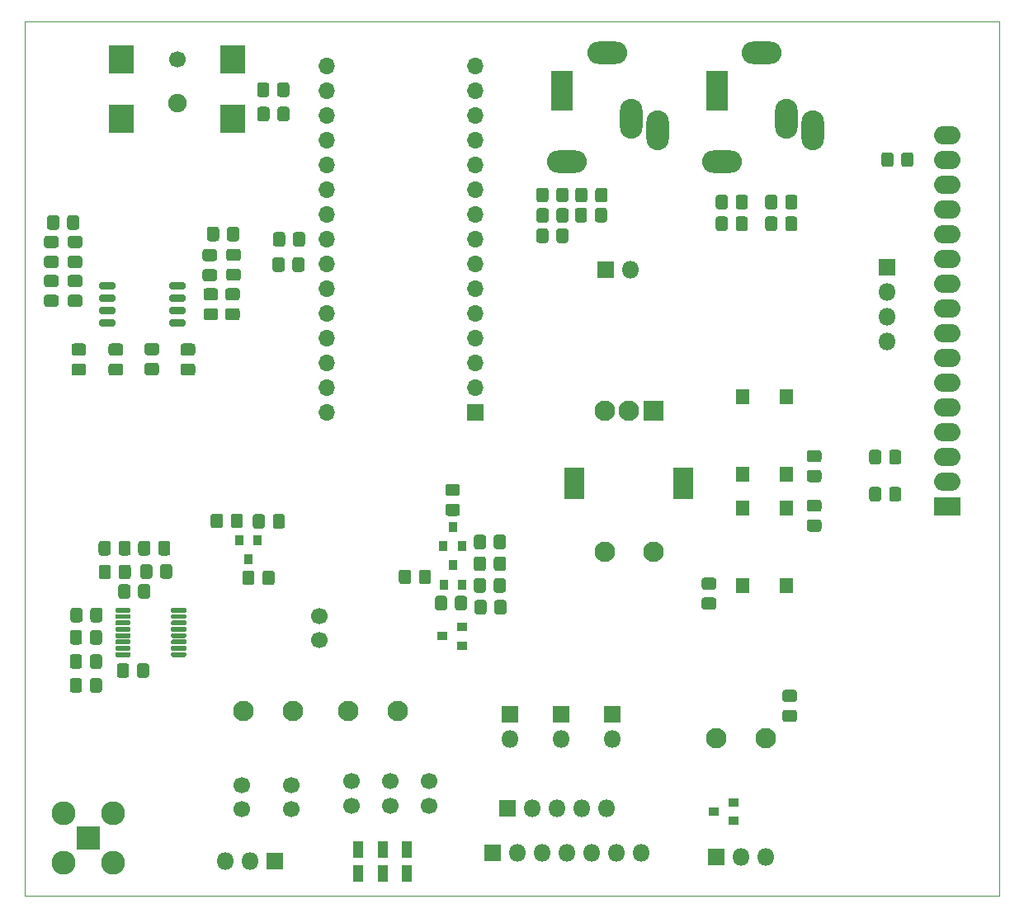
<source format=gbr>
%TF.GenerationSoftware,KiCad,Pcbnew,5.1.6+dfsg1-1*%
%TF.CreationDate,2021-04-07T14:27:39-04:00*%
%TF.ProjectId,uSDX-x,75534458-2d78-42e6-9b69-6361645f7063,rev?*%
%TF.SameCoordinates,Original*%
%TF.FileFunction,Soldermask,Top*%
%TF.FilePolarity,Negative*%
%FSLAX46Y46*%
G04 Gerber Fmt 4.6, Leading zero omitted, Abs format (unit mm)*
G04 Created by KiCad (PCBNEW 5.1.6+dfsg1-1) date 2021-04-07 14:27:39*
%MOMM*%
%LPD*%
G01*
G04 APERTURE LIST*
%TA.AperFunction,Profile*%
%ADD10C,0.050000*%
%TD*%
%ADD11R,2.500000X2.900000*%
%ADD12C,1.900000*%
%ADD13C,1.700000*%
%ADD14C,2.440000*%
%ADD15R,2.440000X2.440000*%
%ADD16O,2.700000X1.900000*%
%ADD17R,2.700000X1.900000*%
%ADD18R,2.100000X2.100000*%
%ADD19C,2.100000*%
%ADD20R,2.100000X3.300000*%
%ADD21O,1.800000X1.800000*%
%ADD22R,1.800000X1.800000*%
%ADD23R,1.400000X1.650000*%
%ADD24R,1.100000X1.700000*%
%ADD25R,1.000000X0.900000*%
%ADD26R,0.900000X1.000000*%
%ADD27O,4.100000X2.300000*%
%ADD28O,2.300000X4.100000*%
%ADD29R,2.300000X4.100000*%
%ADD30O,1.700000X1.700000*%
%ADD31R,1.700000X1.700000*%
G04 APERTURE END LIST*
D10*
X89350000Y-143150000D02*
X89350000Y-53400000D01*
X189350000Y-143150000D02*
X89350000Y-143150000D01*
X189350000Y-53400000D02*
X189350000Y-143150000D01*
X89350000Y-53400000D02*
X189350000Y-53400000D01*
D11*
%TO.C,J1*%
X99300000Y-57300000D03*
X99300000Y-63400000D03*
X110700000Y-63400000D03*
X110700000Y-57300000D03*
D12*
X105000000Y-61800000D03*
D13*
X105000000Y-57300000D03*
%TD*%
D14*
%TO.C,J3*%
X93380000Y-139740000D03*
X98460000Y-139740000D03*
X93380000Y-134660000D03*
X98460000Y-134660000D03*
D15*
X95920000Y-137200000D03*
%TD*%
D16*
%TO.C,J10*%
X184005000Y-65090000D03*
X184005000Y-67630000D03*
X184005000Y-70170000D03*
X184005000Y-72710000D03*
X184005000Y-75250000D03*
X184005000Y-77790000D03*
X184005000Y-80330000D03*
X184005000Y-82870000D03*
X184005000Y-85410000D03*
X184005000Y-87950000D03*
X184005000Y-90490000D03*
X184005000Y-93030000D03*
X184005000Y-95570000D03*
X184005000Y-98110000D03*
X184005000Y-100650000D03*
D17*
X184005000Y-103190000D03*
%TD*%
D18*
%TO.C,SW4*%
X153850000Y-93320000D03*
D19*
X151350000Y-93320000D03*
X148850000Y-93320000D03*
D20*
X156950000Y-100820000D03*
X145750000Y-100820000D03*
D19*
X153850000Y-107820000D03*
X148850000Y-107820000D03*
%TD*%
D21*
%TO.C,J9*%
X177850000Y-86270000D03*
X177850000Y-83730000D03*
X177850000Y-81190000D03*
D22*
X177850000Y-78650000D03*
%TD*%
%TO.C,U2*%
G36*
G01*
X104183600Y-80690000D02*
X104183600Y-80340000D01*
G75*
G02*
X104358600Y-80165000I175000J0D01*
G01*
X105708600Y-80165000D01*
G75*
G02*
X105883600Y-80340000I0J-175000D01*
G01*
X105883600Y-80690000D01*
G75*
G02*
X105708600Y-80865000I-175000J0D01*
G01*
X104358600Y-80865000D01*
G75*
G02*
X104183600Y-80690000I0J175000D01*
G01*
G37*
G36*
G01*
X104183600Y-81960000D02*
X104183600Y-81610000D01*
G75*
G02*
X104358600Y-81435000I175000J0D01*
G01*
X105708600Y-81435000D01*
G75*
G02*
X105883600Y-81610000I0J-175000D01*
G01*
X105883600Y-81960000D01*
G75*
G02*
X105708600Y-82135000I-175000J0D01*
G01*
X104358600Y-82135000D01*
G75*
G02*
X104183600Y-81960000I0J175000D01*
G01*
G37*
G36*
G01*
X104183600Y-83230000D02*
X104183600Y-82880000D01*
G75*
G02*
X104358600Y-82705000I175000J0D01*
G01*
X105708600Y-82705000D01*
G75*
G02*
X105883600Y-82880000I0J-175000D01*
G01*
X105883600Y-83230000D01*
G75*
G02*
X105708600Y-83405000I-175000J0D01*
G01*
X104358600Y-83405000D01*
G75*
G02*
X104183600Y-83230000I0J175000D01*
G01*
G37*
G36*
G01*
X104183600Y-84500000D02*
X104183600Y-84150000D01*
G75*
G02*
X104358600Y-83975000I175000J0D01*
G01*
X105708600Y-83975000D01*
G75*
G02*
X105883600Y-84150000I0J-175000D01*
G01*
X105883600Y-84500000D01*
G75*
G02*
X105708600Y-84675000I-175000J0D01*
G01*
X104358600Y-84675000D01*
G75*
G02*
X104183600Y-84500000I0J175000D01*
G01*
G37*
G36*
G01*
X96983600Y-84500000D02*
X96983600Y-84150000D01*
G75*
G02*
X97158600Y-83975000I175000J0D01*
G01*
X98508600Y-83975000D01*
G75*
G02*
X98683600Y-84150000I0J-175000D01*
G01*
X98683600Y-84500000D01*
G75*
G02*
X98508600Y-84675000I-175000J0D01*
G01*
X97158600Y-84675000D01*
G75*
G02*
X96983600Y-84500000I0J175000D01*
G01*
G37*
G36*
G01*
X96983600Y-83230000D02*
X96983600Y-82880000D01*
G75*
G02*
X97158600Y-82705000I175000J0D01*
G01*
X98508600Y-82705000D01*
G75*
G02*
X98683600Y-82880000I0J-175000D01*
G01*
X98683600Y-83230000D01*
G75*
G02*
X98508600Y-83405000I-175000J0D01*
G01*
X97158600Y-83405000D01*
G75*
G02*
X96983600Y-83230000I0J175000D01*
G01*
G37*
G36*
G01*
X96983600Y-81960000D02*
X96983600Y-81610000D01*
G75*
G02*
X97158600Y-81435000I175000J0D01*
G01*
X98508600Y-81435000D01*
G75*
G02*
X98683600Y-81610000I0J-175000D01*
G01*
X98683600Y-81960000D01*
G75*
G02*
X98508600Y-82135000I-175000J0D01*
G01*
X97158600Y-82135000D01*
G75*
G02*
X96983600Y-81960000I0J175000D01*
G01*
G37*
G36*
G01*
X96983600Y-80690000D02*
X96983600Y-80340000D01*
G75*
G02*
X97158600Y-80165000I175000J0D01*
G01*
X98508600Y-80165000D01*
G75*
G02*
X98683600Y-80340000I0J-175000D01*
G01*
X98683600Y-80690000D01*
G75*
G02*
X98508600Y-80865000I-175000J0D01*
G01*
X97158600Y-80865000D01*
G75*
G02*
X96983600Y-80690000I0J175000D01*
G01*
G37*
%TD*%
%TO.C,U1*%
G36*
G01*
X100222600Y-118253600D02*
X100222600Y-118503600D01*
G75*
G02*
X100097600Y-118628600I-125000J0D01*
G01*
X98772600Y-118628600D01*
G75*
G02*
X98647600Y-118503600I0J125000D01*
G01*
X98647600Y-118253600D01*
G75*
G02*
X98772600Y-118128600I125000J0D01*
G01*
X100097600Y-118128600D01*
G75*
G02*
X100222600Y-118253600I0J-125000D01*
G01*
G37*
G36*
G01*
X100222600Y-117603600D02*
X100222600Y-117853600D01*
G75*
G02*
X100097600Y-117978600I-125000J0D01*
G01*
X98772600Y-117978600D01*
G75*
G02*
X98647600Y-117853600I0J125000D01*
G01*
X98647600Y-117603600D01*
G75*
G02*
X98772600Y-117478600I125000J0D01*
G01*
X100097600Y-117478600D01*
G75*
G02*
X100222600Y-117603600I0J-125000D01*
G01*
G37*
G36*
G01*
X100222600Y-116953600D02*
X100222600Y-117203600D01*
G75*
G02*
X100097600Y-117328600I-125000J0D01*
G01*
X98772600Y-117328600D01*
G75*
G02*
X98647600Y-117203600I0J125000D01*
G01*
X98647600Y-116953600D01*
G75*
G02*
X98772600Y-116828600I125000J0D01*
G01*
X100097600Y-116828600D01*
G75*
G02*
X100222600Y-116953600I0J-125000D01*
G01*
G37*
G36*
G01*
X100222600Y-116303600D02*
X100222600Y-116553600D01*
G75*
G02*
X100097600Y-116678600I-125000J0D01*
G01*
X98772600Y-116678600D01*
G75*
G02*
X98647600Y-116553600I0J125000D01*
G01*
X98647600Y-116303600D01*
G75*
G02*
X98772600Y-116178600I125000J0D01*
G01*
X100097600Y-116178600D01*
G75*
G02*
X100222600Y-116303600I0J-125000D01*
G01*
G37*
G36*
G01*
X100222600Y-115653600D02*
X100222600Y-115903600D01*
G75*
G02*
X100097600Y-116028600I-125000J0D01*
G01*
X98772600Y-116028600D01*
G75*
G02*
X98647600Y-115903600I0J125000D01*
G01*
X98647600Y-115653600D01*
G75*
G02*
X98772600Y-115528600I125000J0D01*
G01*
X100097600Y-115528600D01*
G75*
G02*
X100222600Y-115653600I0J-125000D01*
G01*
G37*
G36*
G01*
X100222600Y-115003600D02*
X100222600Y-115253600D01*
G75*
G02*
X100097600Y-115378600I-125000J0D01*
G01*
X98772600Y-115378600D01*
G75*
G02*
X98647600Y-115253600I0J125000D01*
G01*
X98647600Y-115003600D01*
G75*
G02*
X98772600Y-114878600I125000J0D01*
G01*
X100097600Y-114878600D01*
G75*
G02*
X100222600Y-115003600I0J-125000D01*
G01*
G37*
G36*
G01*
X100222600Y-114353600D02*
X100222600Y-114603600D01*
G75*
G02*
X100097600Y-114728600I-125000J0D01*
G01*
X98772600Y-114728600D01*
G75*
G02*
X98647600Y-114603600I0J125000D01*
G01*
X98647600Y-114353600D01*
G75*
G02*
X98772600Y-114228600I125000J0D01*
G01*
X100097600Y-114228600D01*
G75*
G02*
X100222600Y-114353600I0J-125000D01*
G01*
G37*
G36*
G01*
X100222600Y-113703600D02*
X100222600Y-113953600D01*
G75*
G02*
X100097600Y-114078600I-125000J0D01*
G01*
X98772600Y-114078600D01*
G75*
G02*
X98647600Y-113953600I0J125000D01*
G01*
X98647600Y-113703600D01*
G75*
G02*
X98772600Y-113578600I125000J0D01*
G01*
X100097600Y-113578600D01*
G75*
G02*
X100222600Y-113703600I0J-125000D01*
G01*
G37*
G36*
G01*
X105947600Y-113703600D02*
X105947600Y-113953600D01*
G75*
G02*
X105822600Y-114078600I-125000J0D01*
G01*
X104497600Y-114078600D01*
G75*
G02*
X104372600Y-113953600I0J125000D01*
G01*
X104372600Y-113703600D01*
G75*
G02*
X104497600Y-113578600I125000J0D01*
G01*
X105822600Y-113578600D01*
G75*
G02*
X105947600Y-113703600I0J-125000D01*
G01*
G37*
G36*
G01*
X105947600Y-114353600D02*
X105947600Y-114603600D01*
G75*
G02*
X105822600Y-114728600I-125000J0D01*
G01*
X104497600Y-114728600D01*
G75*
G02*
X104372600Y-114603600I0J125000D01*
G01*
X104372600Y-114353600D01*
G75*
G02*
X104497600Y-114228600I125000J0D01*
G01*
X105822600Y-114228600D01*
G75*
G02*
X105947600Y-114353600I0J-125000D01*
G01*
G37*
G36*
G01*
X105947600Y-115003600D02*
X105947600Y-115253600D01*
G75*
G02*
X105822600Y-115378600I-125000J0D01*
G01*
X104497600Y-115378600D01*
G75*
G02*
X104372600Y-115253600I0J125000D01*
G01*
X104372600Y-115003600D01*
G75*
G02*
X104497600Y-114878600I125000J0D01*
G01*
X105822600Y-114878600D01*
G75*
G02*
X105947600Y-115003600I0J-125000D01*
G01*
G37*
G36*
G01*
X105947600Y-115653600D02*
X105947600Y-115903600D01*
G75*
G02*
X105822600Y-116028600I-125000J0D01*
G01*
X104497600Y-116028600D01*
G75*
G02*
X104372600Y-115903600I0J125000D01*
G01*
X104372600Y-115653600D01*
G75*
G02*
X104497600Y-115528600I125000J0D01*
G01*
X105822600Y-115528600D01*
G75*
G02*
X105947600Y-115653600I0J-125000D01*
G01*
G37*
G36*
G01*
X105947600Y-116303600D02*
X105947600Y-116553600D01*
G75*
G02*
X105822600Y-116678600I-125000J0D01*
G01*
X104497600Y-116678600D01*
G75*
G02*
X104372600Y-116553600I0J125000D01*
G01*
X104372600Y-116303600D01*
G75*
G02*
X104497600Y-116178600I125000J0D01*
G01*
X105822600Y-116178600D01*
G75*
G02*
X105947600Y-116303600I0J-125000D01*
G01*
G37*
G36*
G01*
X105947600Y-116953600D02*
X105947600Y-117203600D01*
G75*
G02*
X105822600Y-117328600I-125000J0D01*
G01*
X104497600Y-117328600D01*
G75*
G02*
X104372600Y-117203600I0J125000D01*
G01*
X104372600Y-116953600D01*
G75*
G02*
X104497600Y-116828600I125000J0D01*
G01*
X105822600Y-116828600D01*
G75*
G02*
X105947600Y-116953600I0J-125000D01*
G01*
G37*
G36*
G01*
X105947600Y-117603600D02*
X105947600Y-117853600D01*
G75*
G02*
X105822600Y-117978600I-125000J0D01*
G01*
X104497600Y-117978600D01*
G75*
G02*
X104372600Y-117853600I0J125000D01*
G01*
X104372600Y-117603600D01*
G75*
G02*
X104497600Y-117478600I125000J0D01*
G01*
X105822600Y-117478600D01*
G75*
G02*
X105947600Y-117603600I0J-125000D01*
G01*
G37*
G36*
G01*
X105947600Y-118253600D02*
X105947600Y-118503600D01*
G75*
G02*
X105822600Y-118628600I-125000J0D01*
G01*
X104497600Y-118628600D01*
G75*
G02*
X104372600Y-118503600I0J125000D01*
G01*
X104372600Y-118253600D01*
G75*
G02*
X104497600Y-118128600I125000J0D01*
G01*
X105822600Y-118128600D01*
G75*
G02*
X105947600Y-118253600I0J-125000D01*
G01*
G37*
%TD*%
D23*
%TO.C,SW3*%
X167530000Y-91885000D03*
X163030000Y-91885000D03*
X163030000Y-99835000D03*
X167530000Y-99835000D03*
%TD*%
%TO.C,SW2*%
X167530000Y-103315000D03*
X163030000Y-103315000D03*
X163030000Y-111265000D03*
X167530000Y-111265000D03*
%TD*%
D24*
%TO.C,SW1*%
X128600000Y-138420000D03*
X126100000Y-138420000D03*
X123600000Y-138420000D03*
X128600000Y-140820000D03*
X126100000Y-140820000D03*
X123600000Y-140820000D03*
%TD*%
%TO.C,R30*%
G36*
G01*
X143100000Y-74904338D02*
X143100000Y-75860862D01*
G75*
G02*
X142828262Y-76132600I-271738J0D01*
G01*
X142121738Y-76132600D01*
G75*
G02*
X141850000Y-75860862I0J271738D01*
G01*
X141850000Y-74904338D01*
G75*
G02*
X142121738Y-74632600I271738J0D01*
G01*
X142828262Y-74632600D01*
G75*
G02*
X143100000Y-74904338I0J-271738D01*
G01*
G37*
G36*
G01*
X145150000Y-74904338D02*
X145150000Y-75860862D01*
G75*
G02*
X144878262Y-76132600I-271738J0D01*
G01*
X144171738Y-76132600D01*
G75*
G02*
X143900000Y-75860862I0J271738D01*
G01*
X143900000Y-74904338D01*
G75*
G02*
X144171738Y-74632600I271738J0D01*
G01*
X144878262Y-74632600D01*
G75*
G02*
X145150000Y-74904338I0J-271738D01*
G01*
G37*
%TD*%
%TO.C,R29*%
G36*
G01*
X143925000Y-73778262D02*
X143925000Y-72821738D01*
G75*
G02*
X144196738Y-72550000I271738J0D01*
G01*
X144903262Y-72550000D01*
G75*
G02*
X145175000Y-72821738I0J-271738D01*
G01*
X145175000Y-73778262D01*
G75*
G02*
X144903262Y-74050000I-271738J0D01*
G01*
X144196738Y-74050000D01*
G75*
G02*
X143925000Y-73778262I0J271738D01*
G01*
G37*
G36*
G01*
X141875000Y-73778262D02*
X141875000Y-72821738D01*
G75*
G02*
X142146738Y-72550000I271738J0D01*
G01*
X142853262Y-72550000D01*
G75*
G02*
X143125000Y-72821738I0J-271738D01*
G01*
X143125000Y-73778262D01*
G75*
G02*
X142853262Y-74050000I-271738J0D01*
G01*
X142146738Y-74050000D01*
G75*
G02*
X141875000Y-73778262I0J271738D01*
G01*
G37*
%TD*%
%TO.C,R28*%
G36*
G01*
X143100000Y-70721738D02*
X143100000Y-71678262D01*
G75*
G02*
X142828262Y-71950000I-271738J0D01*
G01*
X142121738Y-71950000D01*
G75*
G02*
X141850000Y-71678262I0J271738D01*
G01*
X141850000Y-70721738D01*
G75*
G02*
X142121738Y-70450000I271738J0D01*
G01*
X142828262Y-70450000D01*
G75*
G02*
X143100000Y-70721738I0J-271738D01*
G01*
G37*
G36*
G01*
X145150000Y-70721738D02*
X145150000Y-71678262D01*
G75*
G02*
X144878262Y-71950000I-271738J0D01*
G01*
X144171738Y-71950000D01*
G75*
G02*
X143900000Y-71678262I0J271738D01*
G01*
X143900000Y-70721738D01*
G75*
G02*
X144171738Y-70450000I271738J0D01*
G01*
X144878262Y-70450000D01*
G75*
G02*
X145150000Y-70721738I0J-271738D01*
G01*
G37*
%TD*%
%TO.C,R27*%
G36*
G01*
X161510000Y-73671738D02*
X161510000Y-74628262D01*
G75*
G02*
X161238262Y-74900000I-271738J0D01*
G01*
X160531738Y-74900000D01*
G75*
G02*
X160260000Y-74628262I0J271738D01*
G01*
X160260000Y-73671738D01*
G75*
G02*
X160531738Y-73400000I271738J0D01*
G01*
X161238262Y-73400000D01*
G75*
G02*
X161510000Y-73671738I0J-271738D01*
G01*
G37*
G36*
G01*
X163560000Y-73671738D02*
X163560000Y-74628262D01*
G75*
G02*
X163288262Y-74900000I-271738J0D01*
G01*
X162581738Y-74900000D01*
G75*
G02*
X162310000Y-74628262I0J271738D01*
G01*
X162310000Y-73671738D01*
G75*
G02*
X162581738Y-73400000I271738J0D01*
G01*
X163288262Y-73400000D01*
G75*
G02*
X163560000Y-73671738I0J-271738D01*
G01*
G37*
%TD*%
%TO.C,R26*%
G36*
G01*
X178499600Y-67100938D02*
X178499600Y-68057462D01*
G75*
G02*
X178227862Y-68329200I-271738J0D01*
G01*
X177521338Y-68329200D01*
G75*
G02*
X177249600Y-68057462I0J271738D01*
G01*
X177249600Y-67100938D01*
G75*
G02*
X177521338Y-66829200I271738J0D01*
G01*
X178227862Y-66829200D01*
G75*
G02*
X178499600Y-67100938I0J-271738D01*
G01*
G37*
G36*
G01*
X180549600Y-67100938D02*
X180549600Y-68057462D01*
G75*
G02*
X180277862Y-68329200I-271738J0D01*
G01*
X179571338Y-68329200D01*
G75*
G02*
X179299600Y-68057462I0J271738D01*
G01*
X179299600Y-67100938D01*
G75*
G02*
X179571338Y-66829200I271738J0D01*
G01*
X180277862Y-66829200D01*
G75*
G02*
X180549600Y-67100938I0J-271738D01*
G01*
G37*
%TD*%
%TO.C,R25*%
G36*
G01*
X177255000Y-101441738D02*
X177255000Y-102398262D01*
G75*
G02*
X176983262Y-102670000I-271738J0D01*
G01*
X176276738Y-102670000D01*
G75*
G02*
X176005000Y-102398262I0J271738D01*
G01*
X176005000Y-101441738D01*
G75*
G02*
X176276738Y-101170000I271738J0D01*
G01*
X176983262Y-101170000D01*
G75*
G02*
X177255000Y-101441738I0J-271738D01*
G01*
G37*
G36*
G01*
X179305000Y-101441738D02*
X179305000Y-102398262D01*
G75*
G02*
X179033262Y-102670000I-271738J0D01*
G01*
X178326738Y-102670000D01*
G75*
G02*
X178055000Y-102398262I0J271738D01*
G01*
X178055000Y-101441738D01*
G75*
G02*
X178326738Y-101170000I271738J0D01*
G01*
X179033262Y-101170000D01*
G75*
G02*
X179305000Y-101441738I0J-271738D01*
G01*
G37*
%TD*%
%TO.C,R24*%
G36*
G01*
X177255000Y-97631738D02*
X177255000Y-98588262D01*
G75*
G02*
X176983262Y-98860000I-271738J0D01*
G01*
X176276738Y-98860000D01*
G75*
G02*
X176005000Y-98588262I0J271738D01*
G01*
X176005000Y-97631738D01*
G75*
G02*
X176276738Y-97360000I271738J0D01*
G01*
X176983262Y-97360000D01*
G75*
G02*
X177255000Y-97631738I0J-271738D01*
G01*
G37*
G36*
G01*
X179305000Y-97631738D02*
X179305000Y-98588262D01*
G75*
G02*
X179033262Y-98860000I-271738J0D01*
G01*
X178326738Y-98860000D01*
G75*
G02*
X178055000Y-98588262I0J271738D01*
G01*
X178055000Y-97631738D01*
G75*
G02*
X178326738Y-97360000I271738J0D01*
G01*
X179033262Y-97360000D01*
G75*
G02*
X179305000Y-97631738I0J-271738D01*
G01*
G37*
%TD*%
%TO.C,R23*%
G36*
G01*
X160043262Y-111725000D02*
X159086738Y-111725000D01*
G75*
G02*
X158815000Y-111453262I0J271738D01*
G01*
X158815000Y-110746738D01*
G75*
G02*
X159086738Y-110475000I271738J0D01*
G01*
X160043262Y-110475000D01*
G75*
G02*
X160315000Y-110746738I0J-271738D01*
G01*
X160315000Y-111453262D01*
G75*
G02*
X160043262Y-111725000I-271738J0D01*
G01*
G37*
G36*
G01*
X160043262Y-113775000D02*
X159086738Y-113775000D01*
G75*
G02*
X158815000Y-113503262I0J271738D01*
G01*
X158815000Y-112796738D01*
G75*
G02*
X159086738Y-112525000I271738J0D01*
G01*
X160043262Y-112525000D01*
G75*
G02*
X160315000Y-112796738I0J-271738D01*
G01*
X160315000Y-113503262D01*
G75*
G02*
X160043262Y-113775000I-271738J0D01*
G01*
G37*
%TD*%
%TO.C,R22*%
G36*
G01*
X170838262Y-98635000D02*
X169881738Y-98635000D01*
G75*
G02*
X169610000Y-98363262I0J271738D01*
G01*
X169610000Y-97656738D01*
G75*
G02*
X169881738Y-97385000I271738J0D01*
G01*
X170838262Y-97385000D01*
G75*
G02*
X171110000Y-97656738I0J-271738D01*
G01*
X171110000Y-98363262D01*
G75*
G02*
X170838262Y-98635000I-271738J0D01*
G01*
G37*
G36*
G01*
X170838262Y-100685000D02*
X169881738Y-100685000D01*
G75*
G02*
X169610000Y-100413262I0J271738D01*
G01*
X169610000Y-99706738D01*
G75*
G02*
X169881738Y-99435000I271738J0D01*
G01*
X170838262Y-99435000D01*
G75*
G02*
X171110000Y-99706738I0J-271738D01*
G01*
X171110000Y-100413262D01*
G75*
G02*
X170838262Y-100685000I-271738J0D01*
G01*
G37*
%TD*%
%TO.C,R21*%
G36*
G01*
X169881738Y-104515000D02*
X170838262Y-104515000D01*
G75*
G02*
X171110000Y-104786738I0J-271738D01*
G01*
X171110000Y-105493262D01*
G75*
G02*
X170838262Y-105765000I-271738J0D01*
G01*
X169881738Y-105765000D01*
G75*
G02*
X169610000Y-105493262I0J271738D01*
G01*
X169610000Y-104786738D01*
G75*
G02*
X169881738Y-104515000I271738J0D01*
G01*
G37*
G36*
G01*
X169881738Y-102465000D02*
X170838262Y-102465000D01*
G75*
G02*
X171110000Y-102736738I0J-271738D01*
G01*
X171110000Y-103443262D01*
G75*
G02*
X170838262Y-103715000I-271738J0D01*
G01*
X169881738Y-103715000D01*
G75*
G02*
X169610000Y-103443262I0J271738D01*
G01*
X169610000Y-102736738D01*
G75*
G02*
X169881738Y-102465000I271738J0D01*
G01*
G37*
%TD*%
%TO.C,R20*%
G36*
G01*
X116827600Y-78829462D02*
X116827600Y-77872938D01*
G75*
G02*
X117099338Y-77601200I271738J0D01*
G01*
X117805862Y-77601200D01*
G75*
G02*
X118077600Y-77872938I0J-271738D01*
G01*
X118077600Y-78829462D01*
G75*
G02*
X117805862Y-79101200I-271738J0D01*
G01*
X117099338Y-79101200D01*
G75*
G02*
X116827600Y-78829462I0J271738D01*
G01*
G37*
G36*
G01*
X114777600Y-78829462D02*
X114777600Y-77872938D01*
G75*
G02*
X115049338Y-77601200I271738J0D01*
G01*
X115755862Y-77601200D01*
G75*
G02*
X116027600Y-77872938I0J-271738D01*
G01*
X116027600Y-78829462D01*
G75*
G02*
X115755862Y-79101200I-271738J0D01*
G01*
X115049338Y-79101200D01*
G75*
G02*
X114777600Y-78829462I0J271738D01*
G01*
G37*
%TD*%
%TO.C,R19*%
G36*
G01*
X116878400Y-76238662D02*
X116878400Y-75282138D01*
G75*
G02*
X117150138Y-75010400I271738J0D01*
G01*
X117856662Y-75010400D01*
G75*
G02*
X118128400Y-75282138I0J-271738D01*
G01*
X118128400Y-76238662D01*
G75*
G02*
X117856662Y-76510400I-271738J0D01*
G01*
X117150138Y-76510400D01*
G75*
G02*
X116878400Y-76238662I0J271738D01*
G01*
G37*
G36*
G01*
X114828400Y-76238662D02*
X114828400Y-75282138D01*
G75*
G02*
X115100138Y-75010400I271738J0D01*
G01*
X115806662Y-75010400D01*
G75*
G02*
X116078400Y-75282138I0J-271738D01*
G01*
X116078400Y-76238662D01*
G75*
G02*
X115806662Y-76510400I-271738J0D01*
G01*
X115100138Y-76510400D01*
G75*
G02*
X114828400Y-76238662I0J271738D01*
G01*
G37*
%TD*%
%TO.C,R18*%
G36*
G01*
X94046538Y-77444200D02*
X95003062Y-77444200D01*
G75*
G02*
X95274800Y-77715938I0J-271738D01*
G01*
X95274800Y-78422462D01*
G75*
G02*
X95003062Y-78694200I-271738J0D01*
G01*
X94046538Y-78694200D01*
G75*
G02*
X93774800Y-78422462I0J271738D01*
G01*
X93774800Y-77715938D01*
G75*
G02*
X94046538Y-77444200I271738J0D01*
G01*
G37*
G36*
G01*
X94046538Y-75394200D02*
X95003062Y-75394200D01*
G75*
G02*
X95274800Y-75665938I0J-271738D01*
G01*
X95274800Y-76372462D01*
G75*
G02*
X95003062Y-76644200I-271738J0D01*
G01*
X94046538Y-76644200D01*
G75*
G02*
X93774800Y-76372462I0J271738D01*
G01*
X93774800Y-75665938D01*
G75*
G02*
X94046538Y-75394200I271738J0D01*
G01*
G37*
%TD*%
%TO.C,R17*%
G36*
G01*
X92905600Y-73559738D02*
X92905600Y-74516262D01*
G75*
G02*
X92633862Y-74788000I-271738J0D01*
G01*
X91927338Y-74788000D01*
G75*
G02*
X91655600Y-74516262I0J271738D01*
G01*
X91655600Y-73559738D01*
G75*
G02*
X91927338Y-73288000I271738J0D01*
G01*
X92633862Y-73288000D01*
G75*
G02*
X92905600Y-73559738I0J-271738D01*
G01*
G37*
G36*
G01*
X94955600Y-73559738D02*
X94955600Y-74516262D01*
G75*
G02*
X94683862Y-74788000I-271738J0D01*
G01*
X93977338Y-74788000D01*
G75*
G02*
X93705600Y-74516262I0J271738D01*
G01*
X93705600Y-73559738D01*
G75*
G02*
X93977338Y-73288000I271738J0D01*
G01*
X94683862Y-73288000D01*
G75*
G02*
X94955600Y-73559738I0J-271738D01*
G01*
G37*
%TD*%
%TO.C,R16*%
G36*
G01*
X107864138Y-78806800D02*
X108820662Y-78806800D01*
G75*
G02*
X109092400Y-79078538I0J-271738D01*
G01*
X109092400Y-79785062D01*
G75*
G02*
X108820662Y-80056800I-271738J0D01*
G01*
X107864138Y-80056800D01*
G75*
G02*
X107592400Y-79785062I0J271738D01*
G01*
X107592400Y-79078538D01*
G75*
G02*
X107864138Y-78806800I271738J0D01*
G01*
G37*
G36*
G01*
X107864138Y-76756800D02*
X108820662Y-76756800D01*
G75*
G02*
X109092400Y-77028538I0J-271738D01*
G01*
X109092400Y-77735062D01*
G75*
G02*
X108820662Y-78006800I-271738J0D01*
G01*
X107864138Y-78006800D01*
G75*
G02*
X107592400Y-77735062I0J271738D01*
G01*
X107592400Y-77028538D01*
G75*
G02*
X107864138Y-76756800I271738J0D01*
G01*
G37*
%TD*%
%TO.C,R15*%
G36*
G01*
X110105000Y-75684662D02*
X110105000Y-74728138D01*
G75*
G02*
X110376738Y-74456400I271738J0D01*
G01*
X111083262Y-74456400D01*
G75*
G02*
X111355000Y-74728138I0J-271738D01*
G01*
X111355000Y-75684662D01*
G75*
G02*
X111083262Y-75956400I-271738J0D01*
G01*
X110376738Y-75956400D01*
G75*
G02*
X110105000Y-75684662I0J271738D01*
G01*
G37*
G36*
G01*
X108055000Y-75684662D02*
X108055000Y-74728138D01*
G75*
G02*
X108326738Y-74456400I271738J0D01*
G01*
X109033262Y-74456400D01*
G75*
G02*
X109305000Y-74728138I0J-271738D01*
G01*
X109305000Y-75684662D01*
G75*
G02*
X109033262Y-75956400I-271738J0D01*
G01*
X108326738Y-75956400D01*
G75*
G02*
X108055000Y-75684662I0J271738D01*
G01*
G37*
%TD*%
%TO.C,R14*%
G36*
G01*
X95003062Y-80648400D02*
X94046538Y-80648400D01*
G75*
G02*
X93774800Y-80376662I0J271738D01*
G01*
X93774800Y-79670138D01*
G75*
G02*
X94046538Y-79398400I271738J0D01*
G01*
X95003062Y-79398400D01*
G75*
G02*
X95274800Y-79670138I0J-271738D01*
G01*
X95274800Y-80376662D01*
G75*
G02*
X95003062Y-80648400I-271738J0D01*
G01*
G37*
G36*
G01*
X95003062Y-82698400D02*
X94046538Y-82698400D01*
G75*
G02*
X93774800Y-82426662I0J271738D01*
G01*
X93774800Y-81720138D01*
G75*
G02*
X94046538Y-81448400I271738J0D01*
G01*
X95003062Y-81448400D01*
G75*
G02*
X95274800Y-81720138I0J-271738D01*
G01*
X95274800Y-82426662D01*
G75*
G02*
X95003062Y-82698400I-271738J0D01*
G01*
G37*
%TD*%
%TO.C,R13*%
G36*
G01*
X108922262Y-82020000D02*
X107965738Y-82020000D01*
G75*
G02*
X107694000Y-81748262I0J271738D01*
G01*
X107694000Y-81041738D01*
G75*
G02*
X107965738Y-80770000I271738J0D01*
G01*
X108922262Y-80770000D01*
G75*
G02*
X109194000Y-81041738I0J-271738D01*
G01*
X109194000Y-81748262D01*
G75*
G02*
X108922262Y-82020000I-271738J0D01*
G01*
G37*
G36*
G01*
X108922262Y-84070000D02*
X107965738Y-84070000D01*
G75*
G02*
X107694000Y-83798262I0J271738D01*
G01*
X107694000Y-83091738D01*
G75*
G02*
X107965738Y-82820000I271738J0D01*
G01*
X108922262Y-82820000D01*
G75*
G02*
X109194000Y-83091738I0J-271738D01*
G01*
X109194000Y-83798262D01*
G75*
G02*
X108922262Y-84070000I-271738J0D01*
G01*
G37*
%TD*%
%TO.C,R12*%
G36*
G01*
X106578262Y-87700000D02*
X105621738Y-87700000D01*
G75*
G02*
X105350000Y-87428262I0J271738D01*
G01*
X105350000Y-86721738D01*
G75*
G02*
X105621738Y-86450000I271738J0D01*
G01*
X106578262Y-86450000D01*
G75*
G02*
X106850000Y-86721738I0J-271738D01*
G01*
X106850000Y-87428262D01*
G75*
G02*
X106578262Y-87700000I-271738J0D01*
G01*
G37*
G36*
G01*
X106578262Y-89750000D02*
X105621738Y-89750000D01*
G75*
G02*
X105350000Y-89478262I0J271738D01*
G01*
X105350000Y-88771738D01*
G75*
G02*
X105621738Y-88500000I271738J0D01*
G01*
X106578262Y-88500000D01*
G75*
G02*
X106850000Y-88771738I0J-271738D01*
G01*
X106850000Y-89478262D01*
G75*
G02*
X106578262Y-89750000I-271738J0D01*
G01*
G37*
%TD*%
%TO.C,R11*%
G36*
G01*
X95378262Y-87700000D02*
X94421738Y-87700000D01*
G75*
G02*
X94150000Y-87428262I0J271738D01*
G01*
X94150000Y-86721738D01*
G75*
G02*
X94421738Y-86450000I271738J0D01*
G01*
X95378262Y-86450000D01*
G75*
G02*
X95650000Y-86721738I0J-271738D01*
G01*
X95650000Y-87428262D01*
G75*
G02*
X95378262Y-87700000I-271738J0D01*
G01*
G37*
G36*
G01*
X95378262Y-89750000D02*
X94421738Y-89750000D01*
G75*
G02*
X94150000Y-89478262I0J271738D01*
G01*
X94150000Y-88771738D01*
G75*
G02*
X94421738Y-88500000I271738J0D01*
G01*
X95378262Y-88500000D01*
G75*
G02*
X95650000Y-88771738I0J-271738D01*
G01*
X95650000Y-89478262D01*
G75*
G02*
X95378262Y-89750000I-271738J0D01*
G01*
G37*
%TD*%
%TO.C,R10*%
G36*
G01*
X102878262Y-87650000D02*
X101921738Y-87650000D01*
G75*
G02*
X101650000Y-87378262I0J271738D01*
G01*
X101650000Y-86671738D01*
G75*
G02*
X101921738Y-86400000I271738J0D01*
G01*
X102878262Y-86400000D01*
G75*
G02*
X103150000Y-86671738I0J-271738D01*
G01*
X103150000Y-87378262D01*
G75*
G02*
X102878262Y-87650000I-271738J0D01*
G01*
G37*
G36*
G01*
X102878262Y-89700000D02*
X101921738Y-89700000D01*
G75*
G02*
X101650000Y-89428262I0J271738D01*
G01*
X101650000Y-88721738D01*
G75*
G02*
X101921738Y-88450000I271738J0D01*
G01*
X102878262Y-88450000D01*
G75*
G02*
X103150000Y-88721738I0J-271738D01*
G01*
X103150000Y-89428262D01*
G75*
G02*
X102878262Y-89700000I-271738J0D01*
G01*
G37*
%TD*%
%TO.C,R9*%
G36*
G01*
X99178262Y-87700000D02*
X98221738Y-87700000D01*
G75*
G02*
X97950000Y-87428262I0J271738D01*
G01*
X97950000Y-86721738D01*
G75*
G02*
X98221738Y-86450000I271738J0D01*
G01*
X99178262Y-86450000D01*
G75*
G02*
X99450000Y-86721738I0J-271738D01*
G01*
X99450000Y-87428262D01*
G75*
G02*
X99178262Y-87700000I-271738J0D01*
G01*
G37*
G36*
G01*
X99178262Y-89750000D02*
X98221738Y-89750000D01*
G75*
G02*
X97950000Y-89478262I0J271738D01*
G01*
X97950000Y-88771738D01*
G75*
G02*
X98221738Y-88500000I271738J0D01*
G01*
X99178262Y-88500000D01*
G75*
G02*
X99450000Y-88771738I0J-271738D01*
G01*
X99450000Y-89478262D01*
G75*
G02*
X99178262Y-89750000I-271738J0D01*
G01*
G37*
%TD*%
%TO.C,R8*%
G36*
G01*
X110490800Y-105136662D02*
X110490800Y-104180138D01*
G75*
G02*
X110762538Y-103908400I271738J0D01*
G01*
X111469062Y-103908400D01*
G75*
G02*
X111740800Y-104180138I0J-271738D01*
G01*
X111740800Y-105136662D01*
G75*
G02*
X111469062Y-105408400I-271738J0D01*
G01*
X110762538Y-105408400D01*
G75*
G02*
X110490800Y-105136662I0J271738D01*
G01*
G37*
G36*
G01*
X108440800Y-105136662D02*
X108440800Y-104180138D01*
G75*
G02*
X108712538Y-103908400I271738J0D01*
G01*
X109419062Y-103908400D01*
G75*
G02*
X109690800Y-104180138I0J-271738D01*
G01*
X109690800Y-105136662D01*
G75*
G02*
X109419062Y-105408400I-271738J0D01*
G01*
X108712538Y-105408400D01*
G75*
G02*
X108440800Y-105136662I0J271738D01*
G01*
G37*
%TD*%
%TO.C,R7*%
G36*
G01*
X137493400Y-109533862D02*
X137493400Y-108577338D01*
G75*
G02*
X137765138Y-108305600I271738J0D01*
G01*
X138471662Y-108305600D01*
G75*
G02*
X138743400Y-108577338I0J-271738D01*
G01*
X138743400Y-109533862D01*
G75*
G02*
X138471662Y-109805600I-271738J0D01*
G01*
X137765138Y-109805600D01*
G75*
G02*
X137493400Y-109533862I0J271738D01*
G01*
G37*
G36*
G01*
X135443400Y-109533862D02*
X135443400Y-108577338D01*
G75*
G02*
X135715138Y-108305600I271738J0D01*
G01*
X136421662Y-108305600D01*
G75*
G02*
X136693400Y-108577338I0J-271738D01*
G01*
X136693400Y-109533862D01*
G75*
G02*
X136421662Y-109805600I-271738J0D01*
G01*
X135715138Y-109805600D01*
G75*
G02*
X135443400Y-109533862I0J271738D01*
G01*
G37*
%TD*%
%TO.C,R6*%
G36*
G01*
X132700000Y-112621738D02*
X132700000Y-113578262D01*
G75*
G02*
X132428262Y-113850000I-271738J0D01*
G01*
X131721738Y-113850000D01*
G75*
G02*
X131450000Y-113578262I0J271738D01*
G01*
X131450000Y-112621738D01*
G75*
G02*
X131721738Y-112350000I271738J0D01*
G01*
X132428262Y-112350000D01*
G75*
G02*
X132700000Y-112621738I0J-271738D01*
G01*
G37*
G36*
G01*
X134750000Y-112621738D02*
X134750000Y-113578262D01*
G75*
G02*
X134478262Y-113850000I-271738J0D01*
G01*
X133771738Y-113850000D01*
G75*
G02*
X133500000Y-113578262I0J271738D01*
G01*
X133500000Y-112621738D01*
G75*
G02*
X133771738Y-112350000I271738J0D01*
G01*
X134478262Y-112350000D01*
G75*
G02*
X134750000Y-112621738I0J-271738D01*
G01*
G37*
%TD*%
%TO.C,R5*%
G36*
G01*
X136744200Y-113036938D02*
X136744200Y-113993462D01*
G75*
G02*
X136472462Y-114265200I-271738J0D01*
G01*
X135765938Y-114265200D01*
G75*
G02*
X135494200Y-113993462I0J271738D01*
G01*
X135494200Y-113036938D01*
G75*
G02*
X135765938Y-112765200I271738J0D01*
G01*
X136472462Y-112765200D01*
G75*
G02*
X136744200Y-113036938I0J-271738D01*
G01*
G37*
G36*
G01*
X138794200Y-113036938D02*
X138794200Y-113993462D01*
G75*
G02*
X138522462Y-114265200I-271738J0D01*
G01*
X137815938Y-114265200D01*
G75*
G02*
X137544200Y-113993462I0J271738D01*
G01*
X137544200Y-113036938D01*
G75*
G02*
X137815938Y-112765200I271738J0D01*
G01*
X138522462Y-112765200D01*
G75*
G02*
X138794200Y-113036938I0J-271738D01*
G01*
G37*
%TD*%
%TO.C,R4*%
G36*
G01*
X129000000Y-109921738D02*
X129000000Y-110878262D01*
G75*
G02*
X128728262Y-111150000I-271738J0D01*
G01*
X128021738Y-111150000D01*
G75*
G02*
X127750000Y-110878262I0J271738D01*
G01*
X127750000Y-109921738D01*
G75*
G02*
X128021738Y-109650000I271738J0D01*
G01*
X128728262Y-109650000D01*
G75*
G02*
X129000000Y-109921738I0J-271738D01*
G01*
G37*
G36*
G01*
X131050000Y-109921738D02*
X131050000Y-110878262D01*
G75*
G02*
X130778262Y-111150000I-271738J0D01*
G01*
X130071738Y-111150000D01*
G75*
G02*
X129800000Y-110878262I0J271738D01*
G01*
X129800000Y-109921738D01*
G75*
G02*
X130071738Y-109650000I271738J0D01*
G01*
X130778262Y-109650000D01*
G75*
G02*
X131050000Y-109921738I0J-271738D01*
G01*
G37*
%TD*%
%TO.C,R3*%
G36*
G01*
X101000000Y-112378262D02*
X101000000Y-111421738D01*
G75*
G02*
X101271738Y-111150000I271738J0D01*
G01*
X101978262Y-111150000D01*
G75*
G02*
X102250000Y-111421738I0J-271738D01*
G01*
X102250000Y-112378262D01*
G75*
G02*
X101978262Y-112650000I-271738J0D01*
G01*
X101271738Y-112650000D01*
G75*
G02*
X101000000Y-112378262I0J271738D01*
G01*
G37*
G36*
G01*
X98950000Y-112378262D02*
X98950000Y-111421738D01*
G75*
G02*
X99221738Y-111150000I271738J0D01*
G01*
X99928262Y-111150000D01*
G75*
G02*
X100200000Y-111421738I0J-271738D01*
G01*
X100200000Y-112378262D01*
G75*
G02*
X99928262Y-112650000I-271738J0D01*
G01*
X99221738Y-112650000D01*
G75*
G02*
X98950000Y-112378262I0J271738D01*
G01*
G37*
%TD*%
%TO.C,R2*%
G36*
G01*
X98189200Y-106989338D02*
X98189200Y-107945862D01*
G75*
G02*
X97917462Y-108217600I-271738J0D01*
G01*
X97210938Y-108217600D01*
G75*
G02*
X96939200Y-107945862I0J271738D01*
G01*
X96939200Y-106989338D01*
G75*
G02*
X97210938Y-106717600I271738J0D01*
G01*
X97917462Y-106717600D01*
G75*
G02*
X98189200Y-106989338I0J-271738D01*
G01*
G37*
G36*
G01*
X100239200Y-106989338D02*
X100239200Y-107945862D01*
G75*
G02*
X99967462Y-108217600I-271738J0D01*
G01*
X99260938Y-108217600D01*
G75*
G02*
X98989200Y-107945862I0J271738D01*
G01*
X98989200Y-106989338D01*
G75*
G02*
X99260938Y-106717600I271738J0D01*
G01*
X99967462Y-106717600D01*
G75*
G02*
X100239200Y-106989338I0J-271738D01*
G01*
G37*
%TD*%
%TO.C,R1*%
G36*
G01*
X102253200Y-106989338D02*
X102253200Y-107945862D01*
G75*
G02*
X101981462Y-108217600I-271738J0D01*
G01*
X101274938Y-108217600D01*
G75*
G02*
X101003200Y-107945862I0J271738D01*
G01*
X101003200Y-106989338D01*
G75*
G02*
X101274938Y-106717600I271738J0D01*
G01*
X101981462Y-106717600D01*
G75*
G02*
X102253200Y-106989338I0J-271738D01*
G01*
G37*
G36*
G01*
X104303200Y-106989338D02*
X104303200Y-107945862D01*
G75*
G02*
X104031462Y-108217600I-271738J0D01*
G01*
X103324938Y-108217600D01*
G75*
G02*
X103053200Y-107945862I0J271738D01*
G01*
X103053200Y-106989338D01*
G75*
G02*
X103324938Y-106717600I271738J0D01*
G01*
X104031462Y-106717600D01*
G75*
G02*
X104303200Y-106989338I0J-271738D01*
G01*
G37*
%TD*%
D25*
%TO.C,Q5*%
X160057600Y-134519200D03*
X162057600Y-133569200D03*
X162057600Y-135469200D03*
%TD*%
D26*
%TO.C,Q4*%
X112326000Y-108630200D03*
X111376000Y-106630200D03*
X113276000Y-106630200D03*
%TD*%
%TO.C,Q3*%
X133325200Y-109224000D03*
X134275200Y-111224000D03*
X132375200Y-111224000D03*
%TD*%
%TO.C,Q2*%
X133274400Y-105261600D03*
X134224400Y-107261600D03*
X132324400Y-107261600D03*
%TD*%
D25*
%TO.C,Q1*%
X132200000Y-116500000D03*
X134200000Y-115550000D03*
X134200000Y-117450000D03*
%TD*%
D21*
%TO.C,MK1*%
X151505000Y-78910000D03*
D22*
X148965000Y-78910000D03*
%TD*%
D19*
%TO.C,L3*%
X160346400Y-126950000D03*
X165426400Y-126950000D03*
%TD*%
%TO.C,L2*%
X111770000Y-124142800D03*
X116850000Y-124142800D03*
%TD*%
%TO.C,L1*%
X122520000Y-124150000D03*
X127600000Y-124150000D03*
%TD*%
D21*
%TO.C,J13*%
X165375600Y-139142000D03*
X162835600Y-139142000D03*
D22*
X160295600Y-139142000D03*
%TD*%
D27*
%TO.C,J12*%
X164995000Y-56595000D03*
D28*
X170195000Y-64595000D03*
X167495000Y-63395000D03*
D27*
X160895000Y-67795000D03*
D29*
X160395000Y-60495000D03*
%TD*%
D27*
%TO.C,J11*%
X149120000Y-56595000D03*
D28*
X154320000Y-64595000D03*
X151620000Y-63395000D03*
D27*
X145020000Y-67795000D03*
D29*
X144520000Y-60495000D03*
%TD*%
D22*
%TO.C,J8*%
X137400000Y-138700000D03*
D21*
X139940000Y-138700000D03*
X142480000Y-138700000D03*
X145020000Y-138700000D03*
X147560000Y-138700000D03*
X150100000Y-138700000D03*
X152640000Y-138700000D03*
%TD*%
D22*
%TO.C,J7*%
X149650000Y-124550000D03*
D21*
X149650000Y-127090000D03*
%TD*%
D22*
%TO.C,J6*%
X144400000Y-124550000D03*
D21*
X144400000Y-127090000D03*
%TD*%
D22*
%TO.C,J5*%
X139150000Y-124550000D03*
D21*
X139150000Y-127090000D03*
%TD*%
D22*
%TO.C,J4*%
X138900000Y-134200000D03*
D21*
X141440000Y-134200000D03*
X143980000Y-134200000D03*
X146520000Y-134200000D03*
X149060000Y-134200000D03*
%TD*%
%TO.C,J2*%
X109920000Y-139600000D03*
X112460000Y-139600000D03*
D22*
X115000000Y-139600000D03*
%TD*%
D13*
%TO.C,C30*%
X122850000Y-133900000D03*
X122850000Y-131400000D03*
%TD*%
%TO.C,C29*%
G36*
G01*
X100868800Y-120493462D02*
X100868800Y-119536938D01*
G75*
G02*
X101140538Y-119265200I271738J0D01*
G01*
X101847062Y-119265200D01*
G75*
G02*
X102118800Y-119536938I0J-271738D01*
G01*
X102118800Y-120493462D01*
G75*
G02*
X101847062Y-120765200I-271738J0D01*
G01*
X101140538Y-120765200D01*
G75*
G02*
X100868800Y-120493462I0J271738D01*
G01*
G37*
G36*
G01*
X98818800Y-120493462D02*
X98818800Y-119536938D01*
G75*
G02*
X99090538Y-119265200I271738J0D01*
G01*
X99797062Y-119265200D01*
G75*
G02*
X100068800Y-119536938I0J-271738D01*
G01*
X100068800Y-120493462D01*
G75*
G02*
X99797062Y-120765200I-271738J0D01*
G01*
X99090538Y-120765200D01*
G75*
G02*
X98818800Y-120493462I0J271738D01*
G01*
G37*
%TD*%
%TO.C,C28*%
G36*
G01*
X147061400Y-72792338D02*
X147061400Y-73748862D01*
G75*
G02*
X146789662Y-74020600I-271738J0D01*
G01*
X146083138Y-74020600D01*
G75*
G02*
X145811400Y-73748862I0J271738D01*
G01*
X145811400Y-72792338D01*
G75*
G02*
X146083138Y-72520600I271738J0D01*
G01*
X146789662Y-72520600D01*
G75*
G02*
X147061400Y-72792338I0J-271738D01*
G01*
G37*
G36*
G01*
X149111400Y-72792338D02*
X149111400Y-73748862D01*
G75*
G02*
X148839662Y-74020600I-271738J0D01*
G01*
X148133138Y-74020600D01*
G75*
G02*
X147861400Y-73748862I0J271738D01*
G01*
X147861400Y-72792338D01*
G75*
G02*
X148133138Y-72520600I271738J0D01*
G01*
X148839662Y-72520600D01*
G75*
G02*
X149111400Y-72792338I0J-271738D01*
G01*
G37*
%TD*%
%TO.C,C27*%
G36*
G01*
X147899800Y-71695262D02*
X147899800Y-70738738D01*
G75*
G02*
X148171538Y-70467000I271738J0D01*
G01*
X148878062Y-70467000D01*
G75*
G02*
X149149800Y-70738738I0J-271738D01*
G01*
X149149800Y-71695262D01*
G75*
G02*
X148878062Y-71967000I-271738J0D01*
G01*
X148171538Y-71967000D01*
G75*
G02*
X147899800Y-71695262I0J271738D01*
G01*
G37*
G36*
G01*
X145849800Y-71695262D02*
X145849800Y-70738738D01*
G75*
G02*
X146121538Y-70467000I271738J0D01*
G01*
X146828062Y-70467000D01*
G75*
G02*
X147099800Y-70738738I0J-271738D01*
G01*
X147099800Y-71695262D01*
G75*
G02*
X146828062Y-71967000I-271738J0D01*
G01*
X146121538Y-71967000D01*
G75*
G02*
X145849800Y-71695262I0J271738D01*
G01*
G37*
%TD*%
%TO.C,C26*%
G36*
G01*
X166590000Y-71446738D02*
X166590000Y-72403262D01*
G75*
G02*
X166318262Y-72675000I-271738J0D01*
G01*
X165611738Y-72675000D01*
G75*
G02*
X165340000Y-72403262I0J271738D01*
G01*
X165340000Y-71446738D01*
G75*
G02*
X165611738Y-71175000I271738J0D01*
G01*
X166318262Y-71175000D01*
G75*
G02*
X166590000Y-71446738I0J-271738D01*
G01*
G37*
G36*
G01*
X168640000Y-71446738D02*
X168640000Y-72403262D01*
G75*
G02*
X168368262Y-72675000I-271738J0D01*
G01*
X167661738Y-72675000D01*
G75*
G02*
X167390000Y-72403262I0J271738D01*
G01*
X167390000Y-71446738D01*
G75*
G02*
X167661738Y-71175000I271738J0D01*
G01*
X168368262Y-71175000D01*
G75*
G02*
X168640000Y-71446738I0J-271738D01*
G01*
G37*
%TD*%
%TO.C,C25*%
G36*
G01*
X166590000Y-73671738D02*
X166590000Y-74628262D01*
G75*
G02*
X166318262Y-74900000I-271738J0D01*
G01*
X165611738Y-74900000D01*
G75*
G02*
X165340000Y-74628262I0J271738D01*
G01*
X165340000Y-73671738D01*
G75*
G02*
X165611738Y-73400000I271738J0D01*
G01*
X166318262Y-73400000D01*
G75*
G02*
X166590000Y-73671738I0J-271738D01*
G01*
G37*
G36*
G01*
X168640000Y-73671738D02*
X168640000Y-74628262D01*
G75*
G02*
X168368262Y-74900000I-271738J0D01*
G01*
X167661738Y-74900000D01*
G75*
G02*
X167390000Y-74628262I0J271738D01*
G01*
X167390000Y-73671738D01*
G75*
G02*
X167661738Y-73400000I271738J0D01*
G01*
X168368262Y-73400000D01*
G75*
G02*
X168640000Y-73671738I0J-271738D01*
G01*
G37*
%TD*%
%TO.C,C24*%
G36*
G01*
X162310000Y-72403262D02*
X162310000Y-71446738D01*
G75*
G02*
X162581738Y-71175000I271738J0D01*
G01*
X163288262Y-71175000D01*
G75*
G02*
X163560000Y-71446738I0J-271738D01*
G01*
X163560000Y-72403262D01*
G75*
G02*
X163288262Y-72675000I-271738J0D01*
G01*
X162581738Y-72675000D01*
G75*
G02*
X162310000Y-72403262I0J271738D01*
G01*
G37*
G36*
G01*
X160260000Y-72403262D02*
X160260000Y-71446738D01*
G75*
G02*
X160531738Y-71175000I271738J0D01*
G01*
X161238262Y-71175000D01*
G75*
G02*
X161510000Y-71446738I0J-271738D01*
G01*
X161510000Y-72403262D01*
G75*
G02*
X161238262Y-72675000I-271738J0D01*
G01*
X160531738Y-72675000D01*
G75*
G02*
X160260000Y-72403262I0J271738D01*
G01*
G37*
%TD*%
%TO.C,C23*%
G36*
G01*
X168328262Y-123250000D02*
X167371738Y-123250000D01*
G75*
G02*
X167100000Y-122978262I0J271738D01*
G01*
X167100000Y-122271738D01*
G75*
G02*
X167371738Y-122000000I271738J0D01*
G01*
X168328262Y-122000000D01*
G75*
G02*
X168600000Y-122271738I0J-271738D01*
G01*
X168600000Y-122978262D01*
G75*
G02*
X168328262Y-123250000I-271738J0D01*
G01*
G37*
G36*
G01*
X168328262Y-125300000D02*
X167371738Y-125300000D01*
G75*
G02*
X167100000Y-125028262I0J271738D01*
G01*
X167100000Y-124321738D01*
G75*
G02*
X167371738Y-124050000I271738J0D01*
G01*
X168328262Y-124050000D01*
G75*
G02*
X168600000Y-124321738I0J-271738D01*
G01*
X168600000Y-125028262D01*
G75*
G02*
X168328262Y-125300000I-271738J0D01*
G01*
G37*
%TD*%
%TO.C,C22*%
G36*
G01*
X91608138Y-77444200D02*
X92564662Y-77444200D01*
G75*
G02*
X92836400Y-77715938I0J-271738D01*
G01*
X92836400Y-78422462D01*
G75*
G02*
X92564662Y-78694200I-271738J0D01*
G01*
X91608138Y-78694200D01*
G75*
G02*
X91336400Y-78422462I0J271738D01*
G01*
X91336400Y-77715938D01*
G75*
G02*
X91608138Y-77444200I271738J0D01*
G01*
G37*
G36*
G01*
X91608138Y-75394200D02*
X92564662Y-75394200D01*
G75*
G02*
X92836400Y-75665938I0J-271738D01*
G01*
X92836400Y-76372462D01*
G75*
G02*
X92564662Y-76644200I-271738J0D01*
G01*
X91608138Y-76644200D01*
G75*
G02*
X91336400Y-76372462I0J271738D01*
G01*
X91336400Y-75665938D01*
G75*
G02*
X91608138Y-75394200I271738J0D01*
G01*
G37*
%TD*%
%TO.C,C21*%
G36*
G01*
X110302538Y-78765000D02*
X111259062Y-78765000D01*
G75*
G02*
X111530800Y-79036738I0J-271738D01*
G01*
X111530800Y-79743262D01*
G75*
G02*
X111259062Y-80015000I-271738J0D01*
G01*
X110302538Y-80015000D01*
G75*
G02*
X110030800Y-79743262I0J271738D01*
G01*
X110030800Y-79036738D01*
G75*
G02*
X110302538Y-78765000I271738J0D01*
G01*
G37*
G36*
G01*
X110302538Y-76715000D02*
X111259062Y-76715000D01*
G75*
G02*
X111530800Y-76986738I0J-271738D01*
G01*
X111530800Y-77693262D01*
G75*
G02*
X111259062Y-77965000I-271738J0D01*
G01*
X110302538Y-77965000D01*
G75*
G02*
X110030800Y-77693262I0J271738D01*
G01*
X110030800Y-76986738D01*
G75*
G02*
X110302538Y-76715000I271738J0D01*
G01*
G37*
%TD*%
%TO.C,C20*%
X111616600Y-134273400D03*
X111616600Y-131773400D03*
%TD*%
%TO.C,C19*%
X116696600Y-134273400D03*
X116696600Y-131773400D03*
%TD*%
%TO.C,C18*%
X119600000Y-114400000D03*
X119600000Y-116900000D03*
%TD*%
%TO.C,C17*%
G36*
G01*
X91608138Y-81448400D02*
X92564662Y-81448400D01*
G75*
G02*
X92836400Y-81720138I0J-271738D01*
G01*
X92836400Y-82426662D01*
G75*
G02*
X92564662Y-82698400I-271738J0D01*
G01*
X91608138Y-82698400D01*
G75*
G02*
X91336400Y-82426662I0J271738D01*
G01*
X91336400Y-81720138D01*
G75*
G02*
X91608138Y-81448400I271738J0D01*
G01*
G37*
G36*
G01*
X91608138Y-79398400D02*
X92564662Y-79398400D01*
G75*
G02*
X92836400Y-79670138I0J-271738D01*
G01*
X92836400Y-80376662D01*
G75*
G02*
X92564662Y-80648400I-271738J0D01*
G01*
X91608138Y-80648400D01*
G75*
G02*
X91336400Y-80376662I0J271738D01*
G01*
X91336400Y-79670138D01*
G75*
G02*
X91608138Y-79398400I271738J0D01*
G01*
G37*
%TD*%
%TO.C,C16*%
G36*
G01*
X110200938Y-82820000D02*
X111157462Y-82820000D01*
G75*
G02*
X111429200Y-83091738I0J-271738D01*
G01*
X111429200Y-83798262D01*
G75*
G02*
X111157462Y-84070000I-271738J0D01*
G01*
X110200938Y-84070000D01*
G75*
G02*
X109929200Y-83798262I0J271738D01*
G01*
X109929200Y-83091738D01*
G75*
G02*
X110200938Y-82820000I271738J0D01*
G01*
G37*
G36*
G01*
X110200938Y-80770000D02*
X111157462Y-80770000D01*
G75*
G02*
X111429200Y-81041738I0J-271738D01*
G01*
X111429200Y-81748262D01*
G75*
G02*
X111157462Y-82020000I-271738J0D01*
G01*
X110200938Y-82020000D01*
G75*
G02*
X109929200Y-81748262I0J271738D01*
G01*
X109929200Y-81041738D01*
G75*
G02*
X110200938Y-80770000I271738J0D01*
G01*
G37*
%TD*%
%TO.C,C15*%
X126850000Y-133900000D03*
X126850000Y-131400000D03*
%TD*%
%TO.C,C14*%
X130850000Y-131400000D03*
X130850000Y-133900000D03*
%TD*%
%TO.C,C13*%
G36*
G01*
X112942000Y-110022138D02*
X112942000Y-110978662D01*
G75*
G02*
X112670262Y-111250400I-271738J0D01*
G01*
X111963738Y-111250400D01*
G75*
G02*
X111692000Y-110978662I0J271738D01*
G01*
X111692000Y-110022138D01*
G75*
G02*
X111963738Y-109750400I271738J0D01*
G01*
X112670262Y-109750400D01*
G75*
G02*
X112942000Y-110022138I0J-271738D01*
G01*
G37*
G36*
G01*
X114992000Y-110022138D02*
X114992000Y-110978662D01*
G75*
G02*
X114720262Y-111250400I-271738J0D01*
G01*
X114013738Y-111250400D01*
G75*
G02*
X113742000Y-110978662I0J271738D01*
G01*
X113742000Y-110022138D01*
G75*
G02*
X114013738Y-109750400I271738J0D01*
G01*
X114720262Y-109750400D01*
G75*
G02*
X114992000Y-110022138I0J-271738D01*
G01*
G37*
%TD*%
%TO.C,C12*%
G36*
G01*
X137484400Y-111758262D02*
X137484400Y-110801738D01*
G75*
G02*
X137756138Y-110530000I271738J0D01*
G01*
X138462662Y-110530000D01*
G75*
G02*
X138734400Y-110801738I0J-271738D01*
G01*
X138734400Y-111758262D01*
G75*
G02*
X138462662Y-112030000I-271738J0D01*
G01*
X137756138Y-112030000D01*
G75*
G02*
X137484400Y-111758262I0J271738D01*
G01*
G37*
G36*
G01*
X135434400Y-111758262D02*
X135434400Y-110801738D01*
G75*
G02*
X135706138Y-110530000I271738J0D01*
G01*
X136412662Y-110530000D01*
G75*
G02*
X136684400Y-110801738I0J-271738D01*
G01*
X136684400Y-111758262D01*
G75*
G02*
X136412662Y-112030000I-271738J0D01*
G01*
X135706138Y-112030000D01*
G75*
G02*
X135434400Y-111758262I0J271738D01*
G01*
G37*
%TD*%
%TO.C,C11*%
G36*
G01*
X114808800Y-105187462D02*
X114808800Y-104230938D01*
G75*
G02*
X115080538Y-103959200I271738J0D01*
G01*
X115787062Y-103959200D01*
G75*
G02*
X116058800Y-104230938I0J-271738D01*
G01*
X116058800Y-105187462D01*
G75*
G02*
X115787062Y-105459200I-271738J0D01*
G01*
X115080538Y-105459200D01*
G75*
G02*
X114808800Y-105187462I0J271738D01*
G01*
G37*
G36*
G01*
X112758800Y-105187462D02*
X112758800Y-104230938D01*
G75*
G02*
X113030538Y-103959200I271738J0D01*
G01*
X113737062Y-103959200D01*
G75*
G02*
X114008800Y-104230938I0J-271738D01*
G01*
X114008800Y-105187462D01*
G75*
G02*
X113737062Y-105459200I-271738J0D01*
G01*
X113030538Y-105459200D01*
G75*
G02*
X112758800Y-105187462I0J271738D01*
G01*
G37*
%TD*%
%TO.C,C10*%
G36*
G01*
X136693400Y-106342138D02*
X136693400Y-107298662D01*
G75*
G02*
X136421662Y-107570400I-271738J0D01*
G01*
X135715138Y-107570400D01*
G75*
G02*
X135443400Y-107298662I0J271738D01*
G01*
X135443400Y-106342138D01*
G75*
G02*
X135715138Y-106070400I271738J0D01*
G01*
X136421662Y-106070400D01*
G75*
G02*
X136693400Y-106342138I0J-271738D01*
G01*
G37*
G36*
G01*
X138743400Y-106342138D02*
X138743400Y-107298662D01*
G75*
G02*
X138471662Y-107570400I-271738J0D01*
G01*
X137765138Y-107570400D01*
G75*
G02*
X137493400Y-107298662I0J271738D01*
G01*
X137493400Y-106342138D01*
G75*
G02*
X137765138Y-106070400I271738J0D01*
G01*
X138471662Y-106070400D01*
G75*
G02*
X138743400Y-106342138I0J-271738D01*
G01*
G37*
%TD*%
%TO.C,C9*%
G36*
G01*
X95242800Y-118622538D02*
X95242800Y-119579062D01*
G75*
G02*
X94971062Y-119850800I-271738J0D01*
G01*
X94264538Y-119850800D01*
G75*
G02*
X93992800Y-119579062I0J271738D01*
G01*
X93992800Y-118622538D01*
G75*
G02*
X94264538Y-118350800I271738J0D01*
G01*
X94971062Y-118350800D01*
G75*
G02*
X95242800Y-118622538I0J-271738D01*
G01*
G37*
G36*
G01*
X97292800Y-118622538D02*
X97292800Y-119579062D01*
G75*
G02*
X97021062Y-119850800I-271738J0D01*
G01*
X96314538Y-119850800D01*
G75*
G02*
X96042800Y-119579062I0J271738D01*
G01*
X96042800Y-118622538D01*
G75*
G02*
X96314538Y-118350800I271738J0D01*
G01*
X97021062Y-118350800D01*
G75*
G02*
X97292800Y-118622538I0J-271738D01*
G01*
G37*
%TD*%
%TO.C,C8*%
G36*
G01*
X96093600Y-114803862D02*
X96093600Y-113847338D01*
G75*
G02*
X96365338Y-113575600I271738J0D01*
G01*
X97071862Y-113575600D01*
G75*
G02*
X97343600Y-113847338I0J-271738D01*
G01*
X97343600Y-114803862D01*
G75*
G02*
X97071862Y-115075600I-271738J0D01*
G01*
X96365338Y-115075600D01*
G75*
G02*
X96093600Y-114803862I0J271738D01*
G01*
G37*
G36*
G01*
X94043600Y-114803862D02*
X94043600Y-113847338D01*
G75*
G02*
X94315338Y-113575600I271738J0D01*
G01*
X95021862Y-113575600D01*
G75*
G02*
X95293600Y-113847338I0J-271738D01*
G01*
X95293600Y-114803862D01*
G75*
G02*
X95021862Y-115075600I-271738J0D01*
G01*
X94315338Y-115075600D01*
G75*
G02*
X94043600Y-114803862I0J271738D01*
G01*
G37*
%TD*%
%TO.C,C7*%
G36*
G01*
X95242800Y-121060938D02*
X95242800Y-122017462D01*
G75*
G02*
X94971062Y-122289200I-271738J0D01*
G01*
X94264538Y-122289200D01*
G75*
G02*
X93992800Y-122017462I0J271738D01*
G01*
X93992800Y-121060938D01*
G75*
G02*
X94264538Y-120789200I271738J0D01*
G01*
X94971062Y-120789200D01*
G75*
G02*
X95242800Y-121060938I0J-271738D01*
G01*
G37*
G36*
G01*
X97292800Y-121060938D02*
X97292800Y-122017462D01*
G75*
G02*
X97021062Y-122289200I-271738J0D01*
G01*
X96314538Y-122289200D01*
G75*
G02*
X96042800Y-122017462I0J271738D01*
G01*
X96042800Y-121060938D01*
G75*
G02*
X96314538Y-120789200I271738J0D01*
G01*
X97021062Y-120789200D01*
G75*
G02*
X97292800Y-121060938I0J-271738D01*
G01*
G37*
%TD*%
%TO.C,C6*%
G36*
G01*
X96042800Y-117089862D02*
X96042800Y-116133338D01*
G75*
G02*
X96314538Y-115861600I271738J0D01*
G01*
X97021062Y-115861600D01*
G75*
G02*
X97292800Y-116133338I0J-271738D01*
G01*
X97292800Y-117089862D01*
G75*
G02*
X97021062Y-117361600I-271738J0D01*
G01*
X96314538Y-117361600D01*
G75*
G02*
X96042800Y-117089862I0J271738D01*
G01*
G37*
G36*
G01*
X93992800Y-117089862D02*
X93992800Y-116133338D01*
G75*
G02*
X94264538Y-115861600I271738J0D01*
G01*
X94971062Y-115861600D01*
G75*
G02*
X95242800Y-116133338I0J-271738D01*
G01*
X95242800Y-117089862D01*
G75*
G02*
X94971062Y-117361600I-271738J0D01*
G01*
X94264538Y-117361600D01*
G75*
G02*
X93992800Y-117089862I0J271738D01*
G01*
G37*
%TD*%
%TO.C,C5*%
G36*
G01*
X133752662Y-102102400D02*
X132796138Y-102102400D01*
G75*
G02*
X132524400Y-101830662I0J271738D01*
G01*
X132524400Y-101124138D01*
G75*
G02*
X132796138Y-100852400I271738J0D01*
G01*
X133752662Y-100852400D01*
G75*
G02*
X134024400Y-101124138I0J-271738D01*
G01*
X134024400Y-101830662D01*
G75*
G02*
X133752662Y-102102400I-271738J0D01*
G01*
G37*
G36*
G01*
X133752662Y-104152400D02*
X132796138Y-104152400D01*
G75*
G02*
X132524400Y-103880662I0J271738D01*
G01*
X132524400Y-103174138D01*
G75*
G02*
X132796138Y-102902400I271738J0D01*
G01*
X133752662Y-102902400D01*
G75*
G02*
X134024400Y-103174138I0J-271738D01*
G01*
X134024400Y-103880662D01*
G75*
G02*
X133752662Y-104152400I-271738J0D01*
G01*
G37*
%TD*%
%TO.C,C4*%
G36*
G01*
X115250000Y-60878262D02*
X115250000Y-59921738D01*
G75*
G02*
X115521738Y-59650000I271738J0D01*
G01*
X116228262Y-59650000D01*
G75*
G02*
X116500000Y-59921738I0J-271738D01*
G01*
X116500000Y-60878262D01*
G75*
G02*
X116228262Y-61150000I-271738J0D01*
G01*
X115521738Y-61150000D01*
G75*
G02*
X115250000Y-60878262I0J271738D01*
G01*
G37*
G36*
G01*
X113200000Y-60878262D02*
X113200000Y-59921738D01*
G75*
G02*
X113471738Y-59650000I271738J0D01*
G01*
X114178262Y-59650000D01*
G75*
G02*
X114450000Y-59921738I0J-271738D01*
G01*
X114450000Y-60878262D01*
G75*
G02*
X114178262Y-61150000I-271738J0D01*
G01*
X113471738Y-61150000D01*
G75*
G02*
X113200000Y-60878262I0J271738D01*
G01*
G37*
%TD*%
%TO.C,C3*%
G36*
G01*
X115275000Y-63378262D02*
X115275000Y-62421738D01*
G75*
G02*
X115546738Y-62150000I271738J0D01*
G01*
X116253262Y-62150000D01*
G75*
G02*
X116525000Y-62421738I0J-271738D01*
G01*
X116525000Y-63378262D01*
G75*
G02*
X116253262Y-63650000I-271738J0D01*
G01*
X115546738Y-63650000D01*
G75*
G02*
X115275000Y-63378262I0J271738D01*
G01*
G37*
G36*
G01*
X113225000Y-63378262D02*
X113225000Y-62421738D01*
G75*
G02*
X113496738Y-62150000I271738J0D01*
G01*
X114203262Y-62150000D01*
G75*
G02*
X114475000Y-62421738I0J-271738D01*
G01*
X114475000Y-63378262D01*
G75*
G02*
X114203262Y-63650000I-271738J0D01*
G01*
X113496738Y-63650000D01*
G75*
G02*
X113225000Y-63378262I0J271738D01*
G01*
G37*
%TD*%
%TO.C,C2*%
G36*
G01*
X102450000Y-109376938D02*
X102450000Y-110333462D01*
G75*
G02*
X102178262Y-110605200I-271738J0D01*
G01*
X101471738Y-110605200D01*
G75*
G02*
X101200000Y-110333462I0J271738D01*
G01*
X101200000Y-109376938D01*
G75*
G02*
X101471738Y-109105200I271738J0D01*
G01*
X102178262Y-109105200D01*
G75*
G02*
X102450000Y-109376938I0J-271738D01*
G01*
G37*
G36*
G01*
X104500000Y-109376938D02*
X104500000Y-110333462D01*
G75*
G02*
X104228262Y-110605200I-271738J0D01*
G01*
X103521738Y-110605200D01*
G75*
G02*
X103250000Y-110333462I0J271738D01*
G01*
X103250000Y-109376938D01*
G75*
G02*
X103521738Y-109105200I271738J0D01*
G01*
X104228262Y-109105200D01*
G75*
G02*
X104500000Y-109376938I0J-271738D01*
G01*
G37*
%TD*%
%TO.C,C1*%
G36*
G01*
X98200000Y-109421738D02*
X98200000Y-110378262D01*
G75*
G02*
X97928262Y-110650000I-271738J0D01*
G01*
X97221738Y-110650000D01*
G75*
G02*
X96950000Y-110378262I0J271738D01*
G01*
X96950000Y-109421738D01*
G75*
G02*
X97221738Y-109150000I271738J0D01*
G01*
X97928262Y-109150000D01*
G75*
G02*
X98200000Y-109421738I0J-271738D01*
G01*
G37*
G36*
G01*
X100250000Y-109421738D02*
X100250000Y-110378262D01*
G75*
G02*
X99978262Y-110650000I-271738J0D01*
G01*
X99271738Y-110650000D01*
G75*
G02*
X99000000Y-110378262I0J271738D01*
G01*
X99000000Y-109421738D01*
G75*
G02*
X99271738Y-109150000I271738J0D01*
G01*
X99978262Y-109150000D01*
G75*
G02*
X100250000Y-109421738I0J-271738D01*
G01*
G37*
%TD*%
D30*
%TO.C,A1*%
X120390000Y-57955000D03*
X135630000Y-57955000D03*
X120390000Y-93515000D03*
X135630000Y-60495000D03*
X120390000Y-90975000D03*
X135630000Y-63035000D03*
X120390000Y-88435000D03*
X135630000Y-65575000D03*
X120390000Y-85895000D03*
X135630000Y-68115000D03*
X120390000Y-83355000D03*
X135630000Y-70655000D03*
X120390000Y-80815000D03*
X135630000Y-73195000D03*
X120390000Y-78275000D03*
X135630000Y-75735000D03*
X120390000Y-75735000D03*
X135630000Y-78275000D03*
X120390000Y-73195000D03*
X135630000Y-80815000D03*
X120390000Y-70655000D03*
X135630000Y-83355000D03*
X120390000Y-68115000D03*
X135630000Y-85895000D03*
X120390000Y-65575000D03*
X135630000Y-88435000D03*
X120390000Y-63035000D03*
X135630000Y-90975000D03*
X120390000Y-60495000D03*
D31*
X135630000Y-93515000D03*
%TD*%
M02*

</source>
